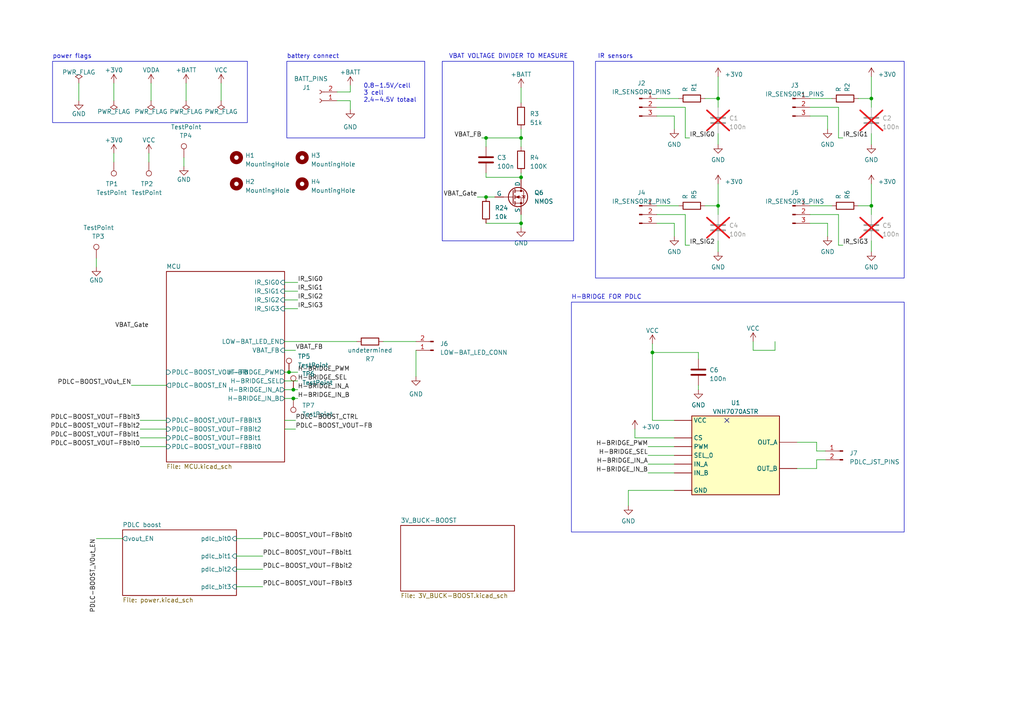
<source format=kicad_sch>
(kicad_sch (version 20230121) (generator eeschema)
  (paper "A4")
  (lib_symbols
    (symbol "Connector:Conn_01x02_Pin" (pin_names (offset 1.016) hide)
      (property "Reference" "J" (at 0 2.54 0))
      (property "Value" "Conn_01x02_Pin" (at 0 -5.08 0))
      (symbol "Conn_01x02_Pin_1_1"
        (polyline (pts (xy 1.27 -2.54) (xy 0.8636 -2.54)) (stroke (width 0.1524)))
        (polyline (pts (xy 1.27 0) (xy 0.8636 0)) (stroke (width 0.1524)))
        (rectangle (start 0.8636 -2.413) (end 0 -2.667) (stroke (width 0.1524)) (fill (type outline)))
        (rectangle (start 0.8636 0.127) (end 0 -0.127) (stroke (width 0.1524)) (fill (type outline)))
        (pin passive line (at 5.08 0 180) (length 3.81) (name "Pin_1") (number "1"))
        (pin passive line (at 5.08 -2.54 180) (length 3.81) (name "Pin_2") (number "2"))
      )
    )
    (symbol "Connector:Conn_01x02_Socket" (pin_names (offset 1.016) hide)
      (property "Reference" "J" (at 0 2.54 0))
      (property "Value" "Conn_01x02_Socket" (at 0 -5.08 0))
      (symbol "Conn_01x02_Socket_1_1"
        (arc (start 0 -2.032) (mid -0.5058 -2.54) (end 0 -3.048) (stroke (width 0.1524)))
        (polyline (pts (xy -1.27 -2.54) (xy -0.508 -2.54)) (stroke (width 0.1524)))
        (polyline (pts (xy -1.27 0) (xy -0.508 0)) (stroke (width 0.1524)))
        (arc (start 0 0.508) (mid -0.5058 0) (end 0 -0.508) (stroke (width 0.1524)))
        (pin passive line (at -5.08 0 0) (length 3.81) (name "Pin_1") (number "1"))
        (pin passive line (at -5.08 -2.54 0) (length 3.81) (name "Pin_2") (number "2"))
      )
    )
    (symbol "Connector:Conn_01x03_Pin" (pin_names (offset 1.016) hide)
      (property "Reference" "J" (at 0 5.08 0))
      (property "Value" "Conn_01x03_Pin" (at 0 -5.08 0))
      (symbol "Conn_01x03_Pin_1_1"
        (polyline (pts (xy 1.27 -2.54) (xy 0.8636 -2.54)) (stroke (width 0.1524)))
        (polyline (pts (xy 1.27 0) (xy 0.8636 0)) (stroke (width 0.1524)))
        (polyline (pts (xy 1.27 2.54) (xy 0.8636 2.54)) (stroke (width 0.1524)))
        (rectangle (start 0.8636 -2.413) (end 0 -2.667) (stroke (width 0.1524)) (fill (type outline)))
        (rectangle (start 0.8636 0.127) (end 0 -0.127) (stroke (width 0.1524)) (fill (type outline)))
        (rectangle (start 0.8636 2.667) (end 0 2.413) (stroke (width 0.1524)) (fill (type outline)))
        (pin passive line (at 5.08 2.54 180) (length 3.81) (name "Pin_1") (number "1"))
        (pin passive line (at 5.08 0 180) (length 3.81) (name "Pin_2") (number "2"))
        (pin passive line (at 5.08 -2.54 180) (length 3.81) (name "Pin_3") (number "3"))
      )
    )
    (symbol "Connector:TestPoint" (pin_numbers hide) (pin_names (offset 0.762) hide)
      (property "Reference" "TP" (at 0 6.858 0))
      (property "Value" "TestPoint" (at 0 5.08 0))
      (symbol "TestPoint_0_1"
        (circle (center 0 3.302) (radius 0.762))
      )
      (symbol "TestPoint_1_1"
        (pin passive line (at 0 0 90) (length 2.54) (name "1") (number "1"))
      )
    )
    (symbol "CustomSymbols:VNH7070ASTR" (pin_numbers hide)
      (property "Reference" "U?" (at -8.89 5.08 0))
      (property "Value" "VNH7070ASTR" (at -8.89 2.54 0))
      (symbol "VNH7070ASTR_1_1"
        (rectangle (start -12.7 0) (end 12.7 -22.86) (stroke (width 0.254)) (fill (type background)))
        (pin passive line (at -17.78 -21.59 0) (length 5.08) hide (name "GND") (number "1"))
        (pin passive line (at 17.78 -15.24 180) (length 5.08) hide (name "OUT_B") (number "10"))
        (pin passive line (at -17.78 -8.89 0) (length 5.08) (name "PWM") (number "11"))
        (pin passive line (at -17.78 -1.27 0) (length 5.08) hide (name "VCC") (number "12"))
        (pin passive line (at -17.78 -6.35 0) (length 5.08) (name "CS") (number "13"))
        (pin passive line (at -17.78 -11.43 0) (length 5.08) (name "SEL_0") (number "14"))
        (pin passive line (at 17.78 -7.62 180) (length 5.08) (name "OUT_A") (number "15"))
        (pin passive line (at -17.78 -21.59 0) (length 5.08) hide (name "GND") (number "16"))
        (pin passive line (at 17.78 -7.62 180) (length 5.08) hide (name "OUT_A") (number "2"))
        (pin passive line (at -17.78 -13.97 0) (length 5.08) (name "IN_A") (number "3"))
        (pin passive line (at -17.78 -1.27 0) (length 5.08) (name "VCC") (number "4"))
        (pin passive line (at -17.78 -1.27 0) (length 5.08) hide (name "VCC") (number "5"))
        (pin passive line (at -17.78 -16.51 0) (length 5.08) (name "IN_B") (number "6"))
        (pin passive line (at 17.78 -15.24 180) (length 5.08) (name "OUT_B") (number "7"))
        (pin passive line (at -17.78 -21.59 0) (length 5.08) (name "GND") (number "8"))
        (pin passive line (at -17.78 -21.59 0) (length 5.08) hide (name "GND") (number "9"))
      )
    )
    (symbol "CustomSymbols:V_PDLC" (power) (pin_names (offset 0))
      (property "Value" "V_PDLC" (at 0 3.81 0))
      (symbol "V_PDLC_0_1"
        (polyline (pts (xy -0.762 1.27) (xy 0 2.54)))
        (polyline (pts (xy 0 0) (xy 0 2.54)))
        (polyline (pts (xy 0 2.54) (xy 0.762 1.27)))
      )
      (symbol "V_PDLC_1_1"
        (pin power_in line (at 0 0 90) (length 0) hide (name "VCC") (number "1"))
      )
    )
    (symbol "Device:C" (pin_numbers hide) (pin_names (offset 0.254))
      (property "Reference" "C" (at 0.635 2.54 0))
      (property "Value" "C" (at 0.635 -2.54 0))
      (symbol "C_0_1"
        (polyline (pts (xy -2.032 -0.762) (xy 2.032 -0.762)) (stroke (width 0.508)))
        (polyline (pts (xy -2.032 0.762) (xy 2.032 0.762)) (stroke (width 0.508)))
      )
      (symbol "C_1_1"
        (pin passive line (at 0 3.81 270) (length 2.794) (name "~") (number "1"))
        (pin passive line (at 0 -3.81 90) (length 2.794) (name "~") (number "2"))
      )
    )
    (symbol "Device:R" (pin_numbers hide) (pin_names (offset 0))
      (property "Reference" "R" (at 2.032 0 90))
      (property "Value" "R" (at 0 0 90))
      (symbol "R_0_1"
        (rectangle (start -1.016 -2.54) (end 1.016 2.54) (stroke (width 0.254)))
      )
      (symbol "R_1_1"
        (pin passive line (at 0 3.81 270) (length 1.27) (name "~") (number "1"))
        (pin passive line (at 0 -3.81 90) (length 1.27) (name "~") (number "2"))
      )
    )
    (symbol "Mechanical:MountingHole" (pin_names (offset 1.016))
      (property "Reference" "H" (at 0 5.08 0))
      (property "Value" "MountingHole" (at 0 3.175 0))
      (symbol "MountingHole_0_1"
        (circle (center 0 0) (radius 1.27) (stroke (width 1.27)))
      )
    )
    (symbol "Simulation_SPICE:NMOS" (pin_numbers hide) (pin_names (offset 0))
      (property "Reference" "Q" (at 5.08 1.27 0))
      (property "Value" "NMOS" (at 5.08 -1.27 0))
      (symbol "NMOS_0_1"
        (polyline (pts (xy 0.254 0) (xy -2.54 0)))
        (polyline (pts (xy 0.254 1.905) (xy 0.254 -1.905)) (stroke (width 0.254)))
        (polyline (pts (xy 0.762 -1.27) (xy 0.762 -2.286)) (stroke (width 0.254)))
        (polyline (pts (xy 0.762 0.508) (xy 0.762 -0.508)) (stroke (width 0.254)))
        (polyline (pts (xy 0.762 2.286) (xy 0.762 1.27)) (stroke (width 0.254)))
        (polyline (pts (xy 2.54 2.54) (xy 2.54 1.778)))
        (polyline (pts (xy 2.54 -2.54) (xy 2.54 0) (xy 0.762 0)))
        (polyline (pts (xy 0.762 -1.778) (xy 3.302 -1.778) (xy 3.302 1.778) (xy 0.762 1.778)))
        (polyline (pts (xy 1.016 0) (xy 2.032 0.381) (xy 2.032 -0.381) (xy 1.016 0)) (fill (type outline)))
        (polyline (pts (xy 2.794 0.508) (xy 2.921 0.381) (xy 3.683 0.381) (xy 3.81 0.254)))
        (polyline (pts (xy 3.302 0.381) (xy 2.921 -0.254) (xy 3.683 -0.254) (xy 3.302 0.381)))
        (circle (center 1.651 0) (radius 2.794) (stroke (width 0.254)))
        (circle (center 2.54 -1.778) (radius 0.254) (fill (type outline)))
        (circle (center 2.54 1.778) (radius 0.254) (fill (type outline)))
      )
      (symbol "NMOS_1_1"
        (pin passive line (at 2.54 5.08 270) (length 2.54) (name "D") (number "1"))
        (pin input line (at -5.08 0 0) (length 2.54) (name "G") (number "2"))
        (pin passive line (at 2.54 -5.08 90) (length 2.54) (name "S") (number "3"))
      )
    )
    (symbol "power:+3V0" (power) (pin_names (offset 0))
      (property "Value" "+3V0" (at 0 3.556 0))
      (symbol "+3V0_0_1"
        (polyline (pts (xy -0.762 1.27) (xy 0 2.54)))
        (polyline (pts (xy 0 0) (xy 0 2.54)))
        (polyline (pts (xy 0 2.54) (xy 0.762 1.27)))
      )
      (symbol "+3V0_1_1"
        (pin power_in line (at 0 0 90) (length 0) hide (name "+3V0") (number "1"))
      )
    )
    (symbol "power:+BATT" (power) (pin_names (offset 0))
      (property "Value" "+BATT" (at 0 3.556 0))
      (symbol "+BATT_0_1"
        (polyline (pts (xy -0.762 1.27) (xy 0 2.54)))
        (polyline (pts (xy 0 0) (xy 0 2.54)))
        (polyline (pts (xy 0 2.54) (xy 0.762 1.27)))
      )
      (symbol "+BATT_1_1"
        (pin power_in line (at 0 0 90) (length 0) hide (name "+BATT") (number "1"))
      )
    )
    (symbol "power:GND" (power) (pin_names (offset 0))
      (property "Value" "GND" (at 0 -3.81 0))
      (symbol "GND_0_1"
        (polyline (pts (xy 0 0) (xy 0 -1.27) (xy 1.27 -1.27) (xy 0 -2.54) (xy -1.27 -1.27) (xy 0 -1.27)))
      )
      (symbol "GND_1_1"
        (pin power_in line (at 0 0 270) (length 0) hide (name "GND") (number "1"))
      )
    )
    (symbol "power:PWR_FLAG" (power) (pin_numbers hide) (pin_names (offset 0) hide)
      (property "Value" "PWR_FLAG" (at 0 3.81 0))
      (symbol "PWR_FLAG_0_0"
        (pin power_out line (at 0 0 90) (length 0) (name "pwr") (number "1"))
      )
      (symbol "PWR_FLAG_0_1"
        (polyline (pts (xy 0 0) (xy 0 1.27) (xy -1.016 1.905) (xy 0 2.54) (xy 1.016 1.905) (xy 0 1.27)))
      )
    )
    (symbol "power:VDDA" (power) (pin_names (offset 0))
      (property "Value" "VDDA" (at 0 3.81 0))
      (symbol "VDDA_0_1"
        (polyline (pts (xy -0.762 1.27) (xy 0 2.54)))
        (polyline (pts (xy 0 0) (xy 0 2.54)))
        (polyline (pts (xy 0 2.54) (xy 0.762 1.27)))
      )
      (symbol "VDDA_1_1"
        (pin power_in line (at 0 0 90) (length 0) hide (name "VDDA") (number "1"))
      )
    )
  )
  (junction (at 208.28 28.575))
  (junction (at 208.28 59.69))
  (junction (at 151.13 51.435))
  (junction (at 140.97 57.15))
  (junction (at 140.97 40.005))
  (junction (at 83.82 107.95))
  (junction (at 151.13 40.005))
  (junction (at 252.73 59.69))
  (junction (at 85.09 115.57))
  (junction (at 151.13 64.77))
  (junction (at 85.09 113.03))
  (junction (at 189.23 102.235))
  (junction (at 252.73 28.575))
  (no_connect (at 210.82 121.92))
  (wire (pts (xy 195.58 142.24) (xy 182.245 142.24)))
  (wire (pts (xy 27.94 77.47) (xy 27.94 74.93)))
  (wire (pts (xy 82.55 121.92) (xy 85.725 121.92)))
  (wire (pts (xy 204.47 28.575) (xy 208.28 28.575)))
  (wire (pts (xy 101.6 24.765) (xy 101.6 26.67)))
  (wire (pts (xy 234.95 33.655) (xy 240.03 33.655)))
  (wire (pts (xy 243.205 71.12) (xy 244.475 71.12)))
  (wire (pts (xy 82.55 107.95) (xy 83.82 107.95)))
  (wire (pts (xy 68.58 170.18) (xy 76.2 170.18)))
  (wire (pts (xy 236.855 133.35) (xy 239.395 133.35)))
  (wire (pts (xy 252.73 59.69) (xy 252.73 53.34)))
  (wire (pts (xy 138.43 57.15) (xy 140.97 57.15)))
  (wire (pts (xy 243.205 40.005) (xy 244.475 40.005)))
  (wire (pts (xy 53.34 48.26) (xy 53.34 45.72)))
  (wire (pts (xy 195.58 121.92) (xy 189.23 121.92)))
  (wire (pts (xy 40.64 129.54) (xy 48.26 129.54)))
  (wire (pts (xy 198.755 71.12) (xy 200.025 71.12)))
  (wire (pts (xy 68.58 165.1) (xy 76.2 165.1)))
  (wire (pts (xy 22.86 24.13) (xy 22.86 29.21)))
  (wire (pts (xy 208.28 59.69) (xy 208.28 53.34)))
  (wire (pts (xy 243.205 71.12) (xy 243.205 62.23)))
  (wire (pts (xy 234.95 64.77) (xy 240.03 64.77)))
  (wire (pts (xy 236.855 135.89) (xy 236.855 133.35)))
  (wire (pts (xy 82.55 113.03) (xy 85.09 113.03)))
  (wire (pts (xy 68.58 156.21) (xy 76.2 156.21)))
  (wire (pts (xy 218.44 99.06) (xy 218.44 101.6)))
  (wire (pts (xy 198.755 40.005) (xy 200.025 40.005)))
  (wire (pts (xy 218.44 101.6) (xy 224.79 101.6)))
  (wire (pts (xy 140.97 51.435) (xy 151.13 51.435)))
  (wire (pts (xy 202.565 104.14) (xy 202.565 102.235)))
  (wire (pts (xy 140.97 42.545) (xy 140.97 40.005)))
  (wire (pts (xy 82.55 89.535) (xy 86.36 89.535)))
  (wire (pts (xy 252.73 69.85) (xy 252.73 73.025)))
  (wire (pts (xy 43.18 44.45) (xy 43.18 46.99)))
  (wire (pts (xy 43.815 24.13) (xy 43.815 29.21)))
  (wire (pts (xy 120.65 101.6) (xy 120.65 109.22)))
  (wire (pts (xy 83.82 107.95) (xy 86.36 107.95)))
  (wire (pts (xy 234.95 28.575) (xy 241.3 28.575)))
  (wire (pts (xy 252.73 38.735) (xy 252.73 41.91)))
  (wire (pts (xy 202.565 111.76) (xy 202.565 113.03)))
  (wire (pts (xy 120.65 99.06) (xy 111.125 99.06)))
  (wire (pts (xy 187.96 132.08) (xy 195.58 132.08)))
  (wire (pts (xy 139.7 40.005) (xy 140.97 40.005)))
  (wire (pts (xy 187.96 129.54) (xy 195.58 129.54)))
  (wire (pts (xy 208.28 28.575) (xy 208.28 22.225)))
  (wire (pts (xy 208.28 59.69) (xy 208.28 62.23)))
  (wire (pts (xy 190.5 64.77) (xy 195.58 64.77)))
  (wire (pts (xy 82.55 110.49) (xy 86.36 110.49)))
  (wire (pts (xy 151.13 51.435) (xy 151.13 50.165)))
  (wire (pts (xy 33.02 44.45) (xy 33.02 46.99)))
  (wire (pts (xy 140.97 40.005) (xy 151.13 40.005)))
  (wire (pts (xy 140.97 50.165) (xy 140.97 51.435)))
  (wire (pts (xy 187.96 137.16) (xy 195.58 137.16)))
  (wire (pts (xy 151.13 37.465) (xy 151.13 40.005)))
  (wire (pts (xy 82.55 99.06) (xy 103.505 99.06)))
  (wire (pts (xy 243.205 62.23) (xy 234.95 62.23)))
  (wire (pts (xy 101.6 31.75) (xy 101.6 29.21)))
  (wire (pts (xy 198.755 31.115) (xy 190.5 31.115)))
  (wire (pts (xy 85.09 115.57) (xy 86.36 115.57)))
  (wire (pts (xy 82.55 115.57) (xy 85.09 115.57)))
  (wire (pts (xy 182.245 142.24) (xy 182.245 146.685)))
  (wire (pts (xy 208.28 38.735) (xy 208.28 41.91)))
  (wire (pts (xy 252.73 59.69) (xy 252.73 62.23)))
  (wire (pts (xy 40.64 124.46) (xy 48.26 124.46)))
  (wire (pts (xy 190.5 59.69) (xy 196.85 59.69)))
  (wire (pts (xy 190.5 28.575) (xy 196.85 28.575)))
  (wire (pts (xy 97.79 26.67) (xy 101.6 26.67)))
  (wire (pts (xy 140.97 57.15) (xy 143.51 57.15)))
  (wire (pts (xy 243.205 31.115) (xy 234.95 31.115)))
  (wire (pts (xy 35.56 156.21) (xy 27.94 156.21)))
  (wire (pts (xy 151.13 64.77) (xy 151.13 62.23)))
  (wire (pts (xy 224.79 101.6) (xy 224.79 99.06)))
  (wire (pts (xy 33.02 24.13) (xy 33.02 29.21)))
  (wire (pts (xy 236.855 128.27) (xy 236.855 130.81)))
  (wire (pts (xy 240.03 33.655) (xy 240.03 37.465)))
  (wire (pts (xy 40.64 121.92) (xy 48.26 121.92)))
  (wire (pts (xy 190.5 33.655) (xy 195.58 33.655)))
  (wire (pts (xy 252.73 28.575) (xy 252.73 22.225)))
  (wire (pts (xy 82.55 124.46) (xy 85.725 124.46)))
  (wire (pts (xy 195.58 64.77) (xy 195.58 68.58)))
  (wire (pts (xy 82.55 81.915) (xy 86.36 81.915)))
  (wire (pts (xy 198.755 71.12) (xy 198.755 62.23)))
  (wire (pts (xy 85.09 113.03) (xy 86.36 113.03)))
  (wire (pts (xy 198.755 40.005) (xy 198.755 31.115)))
  (wire (pts (xy 38.1 111.76) (xy 48.26 111.76)))
  (wire (pts (xy 240.03 64.77) (xy 240.03 68.58)))
  (wire (pts (xy 231.14 128.27) (xy 236.855 128.27)))
  (wire (pts (xy 40.64 127) (xy 48.26 127)))
  (wire (pts (xy 101.6 29.21) (xy 97.79 29.21)))
  (wire (pts (xy 140.97 64.77) (xy 151.13 64.77)))
  (wire (pts (xy 184.15 124.46) (xy 184.15 127)))
  (wire (pts (xy 82.55 84.455) (xy 86.36 84.455)))
  (wire (pts (xy 208.28 28.575) (xy 208.28 31.115)))
  (wire (pts (xy 236.855 130.81) (xy 239.395 130.81)))
  (wire (pts (xy 248.92 28.575) (xy 252.73 28.575)))
  (wire (pts (xy 231.14 135.89) (xy 236.855 135.89)))
  (wire (pts (xy 151.13 40.005) (xy 151.13 42.545)))
  (wire (pts (xy 189.23 102.235) (xy 189.23 121.92)))
  (wire (pts (xy 234.95 59.69) (xy 241.3 59.69)))
  (wire (pts (xy 82.55 101.6) (xy 85.725 101.6)))
  (wire (pts (xy 198.755 62.23) (xy 190.5 62.23)))
  (wire (pts (xy 252.73 28.575) (xy 252.73 31.115)))
  (wire (pts (xy 187.96 134.62) (xy 195.58 134.62)))
  (wire (pts (xy 202.565 102.235) (xy 189.23 102.235)))
  (wire (pts (xy 248.92 59.69) (xy 252.73 59.69)))
  (wire (pts (xy 68.58 161.29) (xy 76.2 161.29)))
  (wire (pts (xy 53.975 24.13) (xy 53.975 29.21)))
  (wire (pts (xy 243.205 40.005) (xy 243.205 31.115)))
  (wire (pts (xy 184.15 127) (xy 195.58 127)))
  (wire (pts (xy 151.13 25.4) (xy 151.13 29.845)))
  (wire (pts (xy 151.13 66.04) (xy 151.13 64.77)))
  (wire (pts (xy 208.28 69.85) (xy 208.28 73.025)))
  (wire (pts (xy 82.55 86.995) (xy 86.36 86.995)))
  (wire (pts (xy 195.58 33.655) (xy 195.58 37.465)))
  (wire (pts (xy 189.23 99.695) (xy 189.23 102.235)))
  (wire (pts (xy 64.135 24.13) (xy 64.135 29.21)))
  (wire (pts (xy 204.47 59.69) (xy 208.28 59.69)))
  (wire (pts (xy 151.13 52.07) (xy 151.13 51.435)))
  (rectangle (start 83.185 17.78) (end 123.19 40.005))
  (rectangle (start 165.735 87.63) (end 262.255 154.305))
  (rectangle (start 128.27 17.78) (end 166.37 69.85))
  (rectangle (start 172.72 17.78) (end 262.255 80.645))
  (rectangle (start 15.24 17.78) (end 71.755 35.56))
  (text "0.8-1.5V/cell\n3 cell\n2.4-4.5V totaal" (at 105.41 29.845 0) (effects (font (size 1.27 1.27)) (justify left bottom)))
  (text "VBAT VOLTAGE DIVIDER TO MEASURE" (at 130.175 17.145 0) (effects (font (size 1.27 1.27)) (justify left bottom)))
  (text "battery connect\n" (at 83.185 17.145 0) (effects (font (size 1.27 1.27)) (justify left bottom)))
  (text "IR sensors\n" (at 173.355 17.145 0) (effects (font (size 1.27 1.27)) (justify left bottom)))
  (text "H-BRIDGE FOR PDLC" (at 165.735 86.995 0) (effects (font (size 1.27 1.27)) (justify left bottom)))
  (text "power flags\n" (at 15.24 17.145 0) (effects (font (size 1.27 1.27)) (justify left bottom)))
  (label "IR_SIG1" (at 244.475 40.005 0))
  (label "IR_SIG2" (at 200.025 71.12 0))
  (label "PDLC-BOOST_VOut_EN" (at 27.94 156.21 270))
  (label "PDLC-BOOST_VOUT-FBbit2" (at 76.2 165.1 0))
  (label "H-BRIDGE_SEL" (at 86.36 110.49 0))
  (label "H-BRIDGE_IN_B" (at 86.36 115.57 0))
  (label "H-BRIDGE_IN_A" (at 187.96 134.62 180))
  (label "PDLC-BOOST_VOUT-FB" (at 85.725 124.46 0))
  (label "VBAT_FB" (at 85.725 101.6 0))
  (label "IR_SIG1" (at 86.36 84.455 0))
  (label "VBAT_Gate" (at 138.43 57.15 180))
  (label "VBAT_FB" (at 139.7 40.005 180))
  (label "H-BRIDGE_SEL" (at 187.96 132.08 180))
  (label "PDLC-BOOST_CTRL" (at 85.725 121.92 0))
  (label "IR_SIG3" (at 244.475 71.12 0))
  (label "H-BRIDGE_PWM" (at 187.96 129.54 180))
  (label "PDLC-BOOST_VOUT-FBbit1" (at 76.2 161.29 0))
  (label "IR_SIG0" (at 200.025 40.005 0))
  (label "VBAT_Gate" (at 43.18 95.25 180))
  (label "IR_SIG0" (at 86.36 81.915 0))
  (label "H-BRIDGE_IN_A" (at 86.36 113.03 0))
  (label "PDLC-BOOST_VOUT-FBbit1" (at 40.64 127 180))
  (label "PDLC-BOOST_VOut_EN" (at 38.1 111.76 180))
  (label "IR_SIG2" (at 86.36 86.995 0))
  (label "PDLC-BOOST_VOUT-FBbit3" (at 40.64 121.92 180))
  (label "H-BRIDGE_IN_B" (at 187.96 137.16 180))
  (label "IR_SIG3" (at 86.36 89.535 0))
  (label "PDLC-BOOST_VOUT-FBbit2" (at 40.64 124.46 180))
  (label "PDLC-BOOST_VOUT-FBbit3" (at 76.2 170.18 0))
  (label "PDLC-BOOST_VOUT-FBbit0" (at 76.2 156.21 0))
  (label "H-BRIDGE_PWM" (at 86.36 107.95 0))
  (label "PDLC-BOOST_VOUT-FBbit0" (at 40.64 129.54 180))
  (symbol (lib_id "power:+BATT") (at 151.13 25.4 0) (unit 1)
    (property "Reference" "#PWR08" (effects hide))
    (property "Value" "+BATT" (at 151.13 21.59 0))
  )
  (symbol (lib_id "Device:R") (at 200.66 59.69 270) (mirror x) (unit 1)
    (property "Reference" "R5" (at 201.295 57.785 0) (effects (justify left)))
    (property "Value" "R" (at 198.755 57.785 0) (effects (justify left)))
    (property "Footprint" "Resistor_SMD:R_0805_2012Metric_Pad1.20x1.40mm_HandSolder" (effects hide))
  )
  (symbol (lib_id "power:GND") (at 208.28 41.91 0) (unit 1)
    (property "Reference" "#PWR013" (effects hide))
    (property "Value" "GND" (at 208.28 46.355 0))
  )
  (symbol (lib_id "Connector:Conn_01x03_Pin") (at 229.87 31.115 0) (unit 1)
    (property "Reference" "J3" (at 230.505 24.765 0))
    (property "Value" "IR_SENSOR1_PINS" (at 230.505 27.305 0))
    (property "Footprint" "Connector_PinHeader_2.54mm:PinHeader_1x03_P2.54mm_Vertical" (effects hide))
  )
  (symbol (lib_id "power:GND") (at 240.03 37.465 0) (unit 1)
    (property "Reference" "#PWR012" (effects hide))
    (property "Value" "GND" (at 240.03 41.91 0))
  )
  (symbol (lib_id "CustomSymbols:V_PDLC") (at 64.135 24.13 0) (unit 1)
    (property "Reference" "#PWR06" (effects hide))
    (property "Value" "V_PDLC" (at 64.135 20.32 0))
  )
  (symbol (lib_id "power:GND") (at 182.245 146.685 0) (unit 1)
    (property "Reference" "#PWR026" (effects hide))
    (property "Value" "GND" (at 182.245 151.13 0))
  )
  (symbol (lib_id "CustomSymbols:V_PDLC") (at 189.23 99.695 0) (unit 1)
    (property "Reference" "#PWR022" (effects hide))
    (property "Value" "V_PDLC" (at 189.23 95.885 0))
  )
  (symbol (lib_id "Connector:TestPoint") (at 53.34 45.72 0) (unit 1)
    (property "Reference" "TP4" (at 52.07 39.37 0) (effects (justify left)))
    (property "Value" "TestPoint" (at 49.53 36.83 0) (effects (justify left)))
    (property "Footprint" "TestPoint:TestPoint_Plated_Hole_D2.0mm" (effects hide))
  )
  (symbol (lib_id "power:+BATT") (at 53.975 24.13 0) (unit 1)
    (property "Reference" "#PWR05" (effects hide))
    (property "Value" "+BATT" (at 53.975 20.32 0))
  )
  (symbol (lib_id "Connector:Conn_01x03_Pin") (at 185.42 62.23 0) (unit 1)
    (property "Reference" "J4" (at 186.055 55.88 0))
    (property "Value" "IR_SENSOR2_PINS" (at 186.055 58.42 0))
    (property "Footprint" "Connector_PinHeader_2.54mm:PinHeader_1x03_P2.54mm_Vertical" (effects hide))
  )
  (symbol (lib_id "Connector:Conn_01x02_Pin") (at 244.475 130.81 0) (mirror y) (unit 1)
    (property "Reference" "J7" (at 246.38 131.445 0) (effects (justify right)))
    (property "Value" "PDLC_JST_PINS" (at 246.38 133.985 0) (effects (justify right)))
    (property "Footprint" "Connector_PinHeader_2.54mm:PinHeader_1x02_P2.54mm_Vertical" (effects hide))
  )
  (symbol (lib_id "power:GND") (at 27.94 77.47 0) (unit 1)
    (property "Reference" "#PWR056" (effects hide))
    (property "Value" "GND" (at 27.94 81.28 0))
  )
  (symbol (lib_id "Device:R") (at 140.97 60.96 0) (unit 1)
    (property "Reference" "R24" (at 143.51 60.325 0) (effects (justify left)))
    (property "Value" "10k" (at 143.51 62.865 0) (effects (justify left)))
    (property "Footprint" "Resistor_SMD:R_0805_2012Metric_Pad1.20x1.40mm_HandSolder" (effects hide))
  )
  (symbol (lib_id "Mechanical:MountingHole") (at 87.63 53.34 0) (unit 1)
    (property "Reference" "H4" (at 90.17 52.705 0) (effects (justify left)))
    (property "Value" "MountingHole" (at 90.17 55.245 0) (effects (justify left)))
    (property "Footprint" "MountingHole:MountingHole_3mm" (effects hide))
  )
  (symbol (lib_id "Mechanical:MountingHole") (at 68.58 53.34 0) (unit 1)
    (property "Reference" "H2" (at 71.12 52.705 0) (effects (justify left)))
    (property "Value" "MountingHole" (at 71.12 55.245 0) (effects (justify left)))
    (property "Footprint" "MountingHole:MountingHole_3mm" (effects hide))
  )
  (symbol (lib_id "Mechanical:MountingHole") (at 87.63 45.72 0) (unit 1)
    (property "Reference" "H3" (at 90.17 45.085 0) (effects (justify left)))
    (property "Value" "MountingHole" (at 90.17 47.625 0) (effects (justify left)))
    (property "Footprint" "MountingHole:MountingHole_3mm" (effects hide))
  )
  (symbol (lib_id "power:GND") (at 202.565 113.03 0) (unit 1)
    (property "Reference" "#PWR024" (effects hide))
    (property "Value" "GND" (at 202.565 117.475 0))
  )
  (symbol (lib_id "Device:C") (at 140.97 46.355 0) (unit 1)
    (property "Reference" "C3" (at 144.145 45.72 0) (effects (justify left)))
    (property "Value" "100n" (at 144.145 48.26 0) (effects (justify left)))
    (property "Footprint" "Capacitor_SMD:C_0805_2012Metric_Pad1.18x1.45mm_HandSolder" (effects hide))
  )
  (symbol (lib_id "Connector:TestPoint") (at 43.18 46.99 180) (unit 1)
    (property "Reference" "TP2" (at 44.45 53.34 0) (effects (justify left)))
    (property "Value" "TestPoint" (at 46.99 55.88 0) (effects (justify left)))
    (property "Footprint" "TestPoint:TestPoint_Plated_Hole_D2.0mm" (effects hide))
  )
  (symbol (lib_id "power:+3V0") (at 208.28 22.225 0) (unit 1)
    (property "Reference" "#PWR01" (effects hide))
    (property "Value" "+3V0" (at 210.185 21.59 0) (effects (justify left)))
  )
  (symbol (lib_id "power:PWR_FLAG") (at 43.815 29.21 0) (mirror x) (unit 1)
    (property "Reference" "#FLG03" (effects hide))
    (property "Value" "PWR_FLAG" (at 43.815 32.385 0))
  )
  (symbol (lib_id "power:VDDA") (at 43.815 24.13 0) (unit 1)
    (property "Reference" "#PWR04" (effects hide))
    (property "Value" "VDDA" (at 43.815 20.32 0))
  )
  (symbol (lib_id "Device:R") (at 245.11 28.575 270) (mirror x) (unit 1)
    (property "Reference" "R2" (at 245.745 26.67 0) (effects (justify left)))
    (property "Value" "R" (at 243.205 26.67 0) (effects (justify left)))
    (property "Footprint" "Resistor_SMD:R_0805_2012Metric_Pad1.20x1.40mm_HandSolder" (effects hide))
  )
  (symbol (lib_id "Connector:TestPoint") (at 85.09 115.57 180) (unit 1)
    (property "Reference" "TP7" (at 87.63 117.602 0) (effects (justify right)))
    (property "Value" "TestPoint" (at 87.63 120.142 0) (effects (justify right)))
    (property "Footprint" "TestPoint:TestPoint_Pad_D1.0mm" (effects hide))
  )
  (symbol (lib_id "power:GND") (at 53.34 48.26 0) (unit 1)
    (property "Reference" "#PWR057" (effects hide))
    (property "Value" "GND" (at 53.34 52.07 0))
  )
  (symbol (lib_id "power:+3V0") (at 184.15 124.46 0) (unit 1)
    (property "Reference" "#PWR069" (effects hide))
    (property "Value" "+3V0" (at 186.055 123.825 0) (effects (justify left)))
  )
  (symbol (lib_id "Device:R") (at 151.13 33.655 0) (unit 1)
    (property "Reference" "R3" (at 153.67 33.02 0) (effects (justify left)))
    (property "Value" "51k" (at 153.67 35.56 0) (effects (justify left)))
    (property "Footprint" "Resistor_SMD:R_0805_2012Metric_Pad1.20x1.40mm_HandSolder" (effects hide))
  )
  (symbol (lib_id "Device:R") (at 151.13 46.355 0) (unit 1)
    (property "Reference" "R4" (at 153.67 45.72 0) (effects (justify left)))
    (property "Value" "100K" (at 153.67 48.26 0) (effects (justify left)))
    (property "Footprint" "Resistor_SMD:R_0805_2012Metric_Pad1.20x1.40mm_HandSolder" (effects hide))
  )
  (symbol (lib_id "Connector:TestPoint") (at 27.94 74.93 0) (unit 1)
    (property "Reference" "TP3" (at 26.67 68.58 0) (effects (justify left)))
    (property "Value" "TestPoint" (at 24.13 66.04 0) (effects (justify left)))
    (property "Footprint" "Components:exposedPad5x10" (effects hide))
  )
  (symbol (lib_id "power:+3V0") (at 33.02 24.13 0) (unit 1)
    (property "Reference" "#PWR03" (effects hide))
    (property "Value" "+3V0" (at 33.02 20.32 0))
  )
  (symbol (lib_id "Connector:TestPoint") (at 85.09 113.03 0) (unit 1)
    (property "Reference" "TP6" (at 87.63 108.458 0) (effects (justify left)))
    (property "Value" "TestPoint" (at 87.63 110.998 0) (effects (justify left)))
    (property "Footprint" "TestPoint:TestPoint_Pad_D1.0mm" (effects hide))
  )
  (symbol (lib_id "Simulation_SPICE:NMOS") (at 148.59 57.15 0) (unit 1)
    (property "Reference" "Q6" (at 154.94 55.88 0) (effects (justify left)))
    (property "Value" "NMOS" (at 154.94 58.42 0) (effects (justify left)))
    (property "Footprint" "Package_TO_SOT_SMD:SOT-23" (effects hide))
    (property "Datasheet" "https://ngspice.sourceforge.io/docs/ngspice-manual.pdf" (effects hide))
    (property "Sim.Device" "NMOS" (effects hide))
    (property "Sim.Type" "VDMOS" (effects hide))
    (property "Sim.Pins" "1=D 2=G 3=S" (effects hide))
  )
  (symbol (lib_id "power:+BATT") (at 101.6 24.765 0) (unit 1)
    (property "Reference" "#PWR07" (effects hide))
    (property "Value" "+BATT" (at 101.6 20.955 0))
  )
  (symbol (lib_id "Connector:TestPoint") (at 83.82 107.95 0) (unit 1)
    (property "Reference" "TP5" (at 86.36 103.378 0) (effects (justify left)))
    (property "Value" "TestPoint" (at 86.36 105.918 0) (effects (justify left)))
    (property "Footprint" "TestPoint:TestPoint_Pad_D1.0mm" (effects hide))
  )
  (symbol (lib_id "Device:C") (at 202.565 107.95 0) (unit 1)
    (property "Reference" "C6" (at 205.74 107.315 0) (effects (justify left)))
    (property "Value" "100n" (at 205.74 109.855 0) (effects (justify left)))
    (property "Footprint" "Capacitor_SMD:C_0805_2012Metric_Pad1.18x1.45mm_HandSolder" (effects hide))
  )
  (symbol (lib_id "power:+3V0") (at 252.73 53.34 0) (unit 1)
    (property "Reference" "#PWR017" (effects hide))
    (property "Value" "+3V0" (at 254.635 52.705 0) (effects (justify left)))
  )
  (symbol (lib_id "CustomSymbols:V_PDLC") (at 43.18 44.45 0) (unit 1)
    (property "Reference" "#PWR055" (effects hide))
    (property "Value" "V_PDLC" (at 43.18 40.64 0))
  )
  (symbol (lib_id "Device:R") (at 245.11 59.69 270) (mirror x) (unit 1)
    (property "Reference" "R6" (at 245.745 57.785 0) (effects (justify left)))
    (property "Value" "R" (at 243.205 57.785 0) (effects (justify left)))
    (property "Footprint" "Resistor_SMD:R_0805_2012Metric_Pad1.20x1.40mm_HandSolder" (effects hide))
  )
  (symbol (lib_id "power:GND") (at 195.58 68.58 0) (unit 1)
    (property "Reference" "#PWR018" (effects hide))
    (property "Value" "GND" (at 195.58 73.025 0))
  )
  (symbol (lib_id "Connector:Conn_01x03_Pin") (at 229.87 62.23 0) (unit 1)
    (property "Reference" "J5" (at 230.505 55.88 0))
    (property "Value" "IR_SENSOR3_PINS" (at 230.505 58.42 0))
    (property "Footprint" "Connector_PinHeader_2.54mm:PinHeader_1x03_P2.54mm_Vertical" (effects hide))
  )
  (symbol (lib_id "power:GND") (at 22.86 29.21 0) (unit 1)
    (property "Reference" "#PWR09" (effects hide))
    (property "Value" "GND" (at 22.86 33.02 0))
  )
  (symbol (lib_id "CustomSymbols:V_PDLC") (at 218.44 99.06 0) (unit 1)
    (property "Reference" "#PWR039" (effects hide))
    (property "Value" "V_PDLC" (at 218.44 95.25 0))
  )
  (symbol (lib_id "power:PWR_FLAG") (at 64.135 29.21 0) (mirror x) (unit 1)
    (property "Reference" "#FLG05" (effects hide))
    (property "Value" "PWR_FLAG" (at 64.135 32.385 0))
  )
  (symbol (lib_id "Connector:Conn_01x03_Pin") (at 185.42 31.115 0) (unit 1)
    (property "Reference" "J2" (at 186.055 24.13 0))
    (property "Value" "IR_SENSOR0_PINS" (at 186.055 26.67 0))
    (property "Footprint" "Connector_PinHeader_2.54mm:PinHeader_1x03_P2.54mm_Vertical" (effects hide))
  )
  (symbol (lib_id "Device:C") (at 208.28 34.925 0) (unit 1) (dnp yes)
    (property "Reference" "C1" (at 211.455 34.29 0) (effects (justify left)))
    (property "Value" "100n" (at 211.455 36.83 0) (effects (justify left)))
    (property "Footprint" "Capacitor_SMD:C_0805_2012Metric_Pad1.18x1.45mm_HandSolder" (effects hide))
  )
  (symbol (lib_id "Device:C") (at 208.28 66.04 0) (unit 1) (dnp yes)
    (property "Reference" "C4" (at 211.455 65.405 0) (effects (justify left)))
    (property "Value" "100n" (at 211.455 67.945 0) (effects (justify left)))
    (property "Footprint" "Capacitor_SMD:C_0805_2012Metric_Pad1.18x1.45mm_HandSolder" (effects hide))
  )
  (symbol (lib_id "power:PWR_FLAG") (at 53.975 29.21 0) (mirror x) (unit 1)
    (property "Reference" "#FLG04" (effects hide))
    (property "Value" "PWR_FLAG" (at 53.975 32.385 0))
  )
  (symbol (lib_id "Device:R") (at 107.315 99.06 90) (mirror x) (unit 1)
    (property "Reference" "R7" (at 107.315 104.14 90))
    (property "Value" "undetermined" (at 107.315 101.6 90))
    (property "Footprint" "Resistor_SMD:R_0805_2012Metric_Pad1.20x1.40mm_HandSolder" (effects hide))
  )
  (symbol (lib_id "power:GND") (at 195.58 37.465 0) (unit 1)
    (property "Reference" "#PWR011" (effects hide))
    (property "Value" "GND" (at 195.58 41.91 0))
  )
  (symbol (lib_id "power:GND") (at 120.65 109.22 0) (unit 1)
    (property "Reference" "#PWR023" (effects hide))
    (property "Value" "GND" (at 120.65 114.3 0))
  )
  (symbol (lib_id "power:GND") (at 252.73 73.025 0) (unit 1)
    (property "Reference" "#PWR021" (effects hide))
    (property "Value" "GND" (at 252.73 77.47 0))
  )
  (symbol (lib_id "Device:R") (at 200.66 28.575 270) (mirror x) (unit 1)
    (property "Reference" "R1" (at 201.295 26.67 0) (effects (justify left)))
    (property "Value" "R" (at 198.755 26.67 0) (effects (justify left)))
    (property "Footprint" "Resistor_SMD:R_0805_2012Metric_Pad1.20x1.40mm_HandSolder" (effects hide))
  )
  (symbol (lib_id "power:+3V0") (at 252.73 22.225 0) (unit 1)
    (property "Reference" "#PWR02" (effects hide))
    (property "Value" "+3V0" (at 254.635 21.59 0) (effects (justify left)))
  )
  (symbol (lib_id "power:+3V0") (at 33.02 44.45 0) (unit 1)
    (property "Reference" "#PWR054" (effects hide))
    (property "Value" "+3V0" (at 33.02 40.64 0))
  )
  (symbol (lib_id "power:+3V0") (at 208.28 53.34 0) (unit 1)
    (property "Reference" "#PWR016" (effects hide))
    (property "Value" "+3V0" (at 210.185 52.705 0) (effects (justify left)))
  )
  (symbol (lib_id "Mechanical:MountingHole") (at 68.58 45.72 0) (unit 1)
    (property "Reference" "H1" (at 71.12 45.085 0) (effects (justify left)))
    (property "Value" "MountingHole" (at 71.12 47.625 0) (effects (justify left)))
    (property "Footprint" "MountingHole:MountingHole_3mm" (effects hide))
  )
  (symbol (lib_id "power:GND") (at 240.03 68.58 0) (unit 1)
    (property "Reference" "#PWR019" (effects hide))
    (property "Value" "GND" (at 240.03 73.025 0))
  )
  (symbol (lib_id "power:GND") (at 252.73 41.91 0) (unit 1)
    (property "Reference" "#PWR014" (effects hide))
    (property "Value" "GND" (at 252.73 46.355 0))
  )
  (symbol (lib_id "Device:C") (at 252.73 66.04 0) (unit 1) (dnp yes)
    (property "Reference" "C5" (at 255.905 65.405 0) (effects (justify left)))
    (property "Value" "100n" (at 255.905 67.945 0) (effects (justify left)))
    (property "Footprint" "Capacitor_SMD:C_0805_2012Metric_Pad1.18x1.45mm_HandSolder" (effects hide))
  )
  (symbol (lib_id "power:PWR_FLAG") (at 22.86 24.13 0) (unit 1)
    (property "Reference" "#FLG01" (effects hide))
    (property "Value" "PWR_FLAG" (at 22.86 20.955 0))
  )
  (symbol (lib_id "Connector:TestPoint") (at 33.02 46.99 180) (unit 1)
    (property "Reference" "TP1" (at 34.29 53.34 0) (effects (justify left)))
    (property "Value" "TestPoint" (at 36.83 55.88 0) (effects (justify left)))
    (property "Footprint" "TestPoint:TestPoint_Plated_Hole_D2.0mm" (effects hide))
  )
  (symbol (lib_id "Connector:Conn_01x02_Socket") (at 92.71 29.21 180) (unit 1)
    (property "Reference" "J1" (at 88.9 25.4 0))
    (property "Value" "BATT_PINS" (at 90.17 22.86 0))
    (property "Footprint" "Connector_PinHeader_2.54mm:PinHeader_1x02_P2.54mm_Vertical" (effects hide))
  )
  (symbol (lib_id "CustomSymbols:VNH7070ASTR") (at 213.36 120.65 0) (unit 1)
    (property "Reference" "U1" (at 213.36 116.84 0))
    (property "Value" "VNH7070ASTR" (at 213.36 119.38 0))
    (property "Footprint" "Components:SOIC127P600X175-16N" (effects hide))
    (property "Datasheet" "http://www.st.com/content/ccc/resource/technical/document/datasheet/08/97/0a/0c/cf/4b/41/40/DM00213876.pdf/files/DM00213876.pdf/jcr:content/translations/en.DM00213876.pdf" (effects hide))
    (property "Height" "1.75" (effects hide))
    (property "Manufacturer_Name" "STMicroelectronics" (effects hide))
    (property "Manufacturer_Part_Number" "VNH7070ASTR" (effects hide))
    (property "Mouser Part Number" "511-VNH7070ASTR" (effects hide))
    (property "Mouser Price/Stock" "https://www.mouser.co.uk/ProductDetail/STMicroelectronics/VNH7070ASTR?qs=mKNKSX85ZJe3m6X6ucY7IA%3D%3D" (effects hide))
    (property "Arrow Part Number" "VNH7070ASTR" (effects hide))
    (property "Arrow Price/Stock" "https://www.arrow.com/en/products/vnh7070astr/stmicroelectronics?region=nac" (effects hide))
  )
  (symbol (lib_id "Device:C") (at 252.73 34.925 0) (unit 1) (dnp yes)
    (property "Reference" "C2" (at 255.905 34.29 0) (effects (justify left)))
    (property "Value" "100n" (at 255.905 36.83 0) (effects (justify left)))
    (property "Footprint" "Capacitor_SMD:C_0805_2012Metric_Pad1.18x1.45mm_HandSolder" (effects hide))
  )
  (symbol (lib_id "power:GND") (at 208.28 73.025 0) (unit 1)
    (property "Reference" "#PWR020" (effects hide))
    (property "Value" "GND" (at 208.28 77.47 0))
  )
  (symbol (lib_id "power:GND") (at 101.6 31.75 0) (unit 1)
    (property "Reference" "#PWR010" (effects hide))
    (property "Value" "GND" (at 101.6 36.83 0))
  )
  (symbol (lib_id "power:PWR_FLAG") (at 33.02 29.21 0) (mirror x) (unit 1)
    (property "Reference" "#FLG02" (effects hide))
    (property "Value" "PWR_FLAG" (at 33.02 32.385 0))
  )
  (symbol (lib_id "Connector:Conn_01x02_Pin") (at 125.73 101.6 180) (unit 1)
    (property "Reference" "J6" (at 127.635 99.695 0) (effects (justify right)))
    (property "Value" "LOW-BAT_LED_CONN" (at 127.635 102.235 0) (effects (justify right)))
    (property "Footprint" "Connector_PinHeader_2.54mm:PinHeader_1x02_P2.54mm_Vertical" (effects hide))
  )
  (symbol (lib_id "power:GND") (at 151.13 66.04 0) (unit 1)
    (property "Reference" "#PWR015" (effects hide))
    (property "Value" "GND" (at 151.13 70.485 0))
  )
  (sheet (at 35.56 153.67) (size 33.02 19.05) (stroke (width 0.1524))
    (property "Sheetname" "PDLC boost" (at 35.56 152.9584 0) (effects (justify left bottom)))
    (property "Sheetfile" "power.kicad_sch" (at 35.56 173.3046 0) (effects (justify left top)))
    (pin "vout_EN" output (at 35.56 156.21 180))
    (pin "pdlc_bit3" input (at 68.58 170.18 0))
    (pin "pdlc_bit2" input (at 68.58 165.1 0))
    (pin "pdlc_bit0" input (at 68.58 156.21 0))
    (pin "pdlc_bit1" input (at 68.58 161.29 0))
  )
  (sheet (at 116.205 152.4) (size 33.02 19.05) (stroke (width 0.1524))
    (property "Sheetname" "3V_BUCK-BOOST" (at 116.205 151.6884 0) (effects (justify left bottom)))
    (property "Sheetfile" "3V_BUCK-BOOST.kicad_sch" (at 116.205 172.0346 0) (effects (justify left top)))
  )
  (sheet (at 48.26 78.74) (size 34.29 55.245) (stroke (width 0.1524))
    (property "Sheetname" "MCU" (at 48.26 78.0284 0) (effects (justify left bottom)))
    (property "Sheetfile" "MCU.kicad_sch" (at 48.26 134.5696 0) (effects (justify left top)))
    (pin "VBAT_FB" input (at 82.55 101.6 0))
    (pin "LOW-BAT_LED_EN" output (at 82.55 99.06 0))
    (pin "H-BRIDGE_IN_B" output (at 82.55 115.57 0))
    (pin "H-BRIDGE_IN_A" output (at 82.55 113.03 0))
    (pin "H-BRIDGE_PWM" output (at 82.55 107.95 0))
    (pin "H-BRIDGE_SEL" output (at 82.55 110.49 0))
    (pin "IR_SIG0" input (at 82.55 81.915 0))
    (pin "IR_SIG1" input (at 82.55 84.455 0))
    (pin "IR_SIG3" input (at 82.55 89.535 0))
    (pin "IR_SIG2" input (at 82.55 86.995 0))
    (pin "PDLC-BOOST_VOUT-FB" input (at 48.26 107.95 180))
    (pin "PDLC-BOOST_EN" output (at 48.26 111.76 180))
    (pin "PDLC-BOOST_VOUT-FBBit2" input (at 48.26 124.46 180))
    (pin "PDLC-BOOST_VOUT-FBBit0" input (at 48.26 129.54 180))
    (pin "PDLC-BOOST_VOUT-FBBit3" input (at 48.26 121.92 180))
    (pin "PDLC-BOOST_VOUT-FBBit1" input (at 48.26 127 180))
  )
)
</source>
